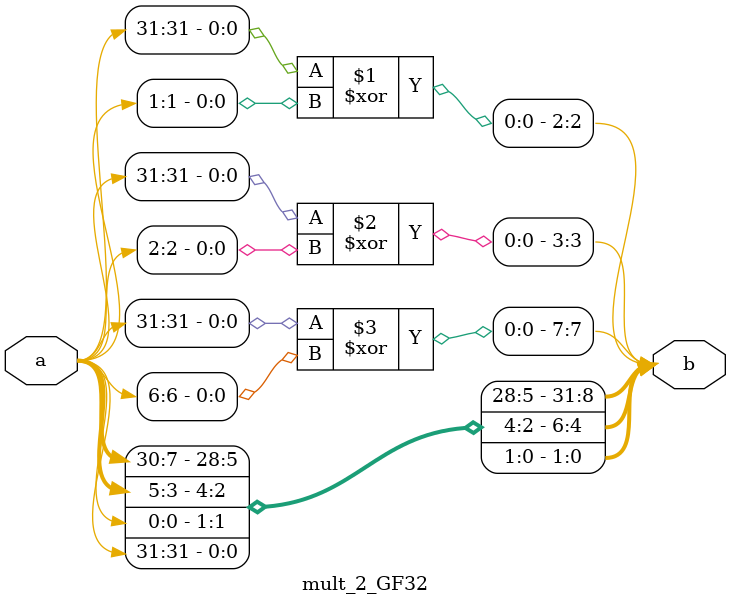
<source format=v>
`timescale 1ns / 1ps

module mult_2_GF32(
  input [31:0] a,
  output wire [31:0] b
  );
  
  assign b[0] = a[31];
  assign b[1] = a[0];
  assign b[2] = a[31] ^ a[1];
  assign b[3] = a[31] ^ a[2];
  assign b[7] = a[31] ^ a[6];
  assign b[6:4] = a[5:3];
  assign b[31:8] = a[30:7];
  
endmodule
</source>
